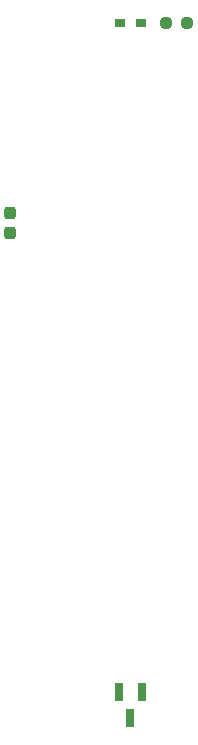
<source format=gbr>
G04 #@! TF.GenerationSoftware,KiCad,Pcbnew,8.0.4+dfsg-1*
G04 #@! TF.CreationDate,2024-12-10T09:29:33+09:00*
G04 #@! TF.ProjectId,bionic-mc68hc05c0,62696f6e-6963-42d6-9d63-363868633035,1*
G04 #@! TF.SameCoordinates,Original*
G04 #@! TF.FileFunction,Paste,Top*
G04 #@! TF.FilePolarity,Positive*
%FSLAX46Y46*%
G04 Gerber Fmt 4.6, Leading zero omitted, Abs format (unit mm)*
G04 Created by KiCad (PCBNEW 8.0.4+dfsg-1) date 2024-12-10 09:29:33*
%MOMM*%
%LPD*%
G01*
G04 APERTURE LIST*
G04 Aperture macros list*
%AMRoundRect*
0 Rectangle with rounded corners*
0 $1 Rounding radius*
0 $2 $3 $4 $5 $6 $7 $8 $9 X,Y pos of 4 corners*
0 Add a 4 corners polygon primitive as box body*
4,1,4,$2,$3,$4,$5,$6,$7,$8,$9,$2,$3,0*
0 Add four circle primitives for the rounded corners*
1,1,$1+$1,$2,$3*
1,1,$1+$1,$4,$5*
1,1,$1+$1,$6,$7*
1,1,$1+$1,$8,$9*
0 Add four rect primitives between the rounded corners*
20,1,$1+$1,$2,$3,$4,$5,0*
20,1,$1+$1,$4,$5,$6,$7,0*
20,1,$1+$1,$6,$7,$8,$9,0*
20,1,$1+$1,$8,$9,$2,$3,0*%
G04 Aperture macros list end*
%ADD10RoundRect,0.237500X-0.250000X-0.237500X0.250000X-0.237500X0.250000X0.237500X-0.250000X0.237500X0*%
%ADD11RoundRect,0.237500X-0.237500X0.300000X-0.237500X-0.300000X0.237500X-0.300000X0.237500X0.300000X0*%
%ADD12R,0.660400X1.625600*%
%ADD13R,0.965200X0.762000*%
G04 APERTURE END LIST*
D10*
X116701000Y-71778000D03*
X118526000Y-71778000D03*
D11*
X103540000Y-87830800D03*
X103540000Y-89555800D03*
D12*
X114650001Y-128447000D03*
X112749999Y-128447000D03*
X113700000Y-130579000D03*
D13*
X112823700Y-71778000D03*
X114576300Y-71778000D03*
M02*

</source>
